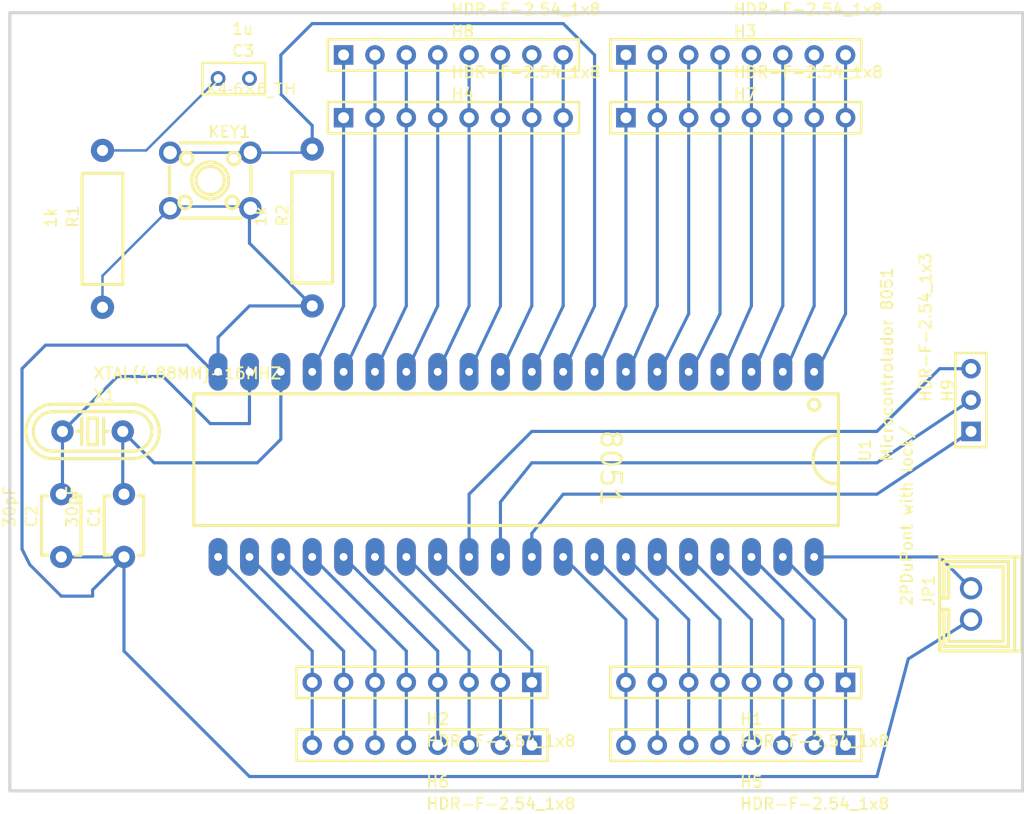
<source format=kicad_pcb>
(kicad_pcb (version 20241229) (generator "pcbnew") (generator_version "9.0")
  (layers (0 "F.Cu" signal "TopLayer") (2 "B.Cu" signal "BottomLayer") (13 "F.Paste" user "TopPasteMaskLayer") (15 "B.Paste" user "BottomPasteMaskLayer") (5 "F.SilkS" user "TopSilkLayer") (7 "B.SilkS" user "BottomSilkLayer") (1 "F.Mask" user "TopSolderMaskLayer") (3 "B.Mask" user "BottomSolderMaskLayer") (25 "Edge.Cuts" user "BoardOutLine"))
  (net 0 "")
  (net 1 "RESET")
  (net 2 "GND")
  (net 3 "EA")
  (net 4 "ALE")
  (net 5 "PSEN")
  (net 6 "U1_17")
  (net 7 "U1_16")
  (net 8 "U1_15")
  (net 9 "U1_14")
  (net 10 "U1_13")
  (net 11 "U1_8")
  (net 12 "U1_7")
  (net 13 "U1_6")
  (net 14 "U1_5")
  (net 15 "U1_4")
  (net 16 "U1_3")
  (net 17 "U1_2")
  (net 18 "U1_1")
  (net 19 "U1_11")
  (net 20 "U1_10")
  (net 21 "U1_24")
  (net 22 "U1_12")
  (net 23 "U1_28")
  (net 24 "U1_27")
  (net 25 "U1_26")
  (net 26 "U1_25")
  (net 27 "U1_23")
  (net 28 "U1_22")
  (net 29 "U1_21")
  (net 30 "XTAL2")
  (net 31 "XTAL1")
  (net 32 "U1_39")
  (net 33 "U1_38")
  (net 34 "U1_37")
  (net 35 "U1_36")
  (net 36 "U1_35")
  (net 37 "U1_34")
  (net 38 "U1_33")
  (net 39 "U1_32")
  (net 40 "VCC")
  (net 41 "KEY1_1")
  (net 42 "C3_1")
  (footprint "8051 Board_d3532395d287466c8b79d09d2c83deb9:HDR-F-2.54_1X8" (layer "F.Cu") (at 140.64 81.42)
    (property "Reference" "H8" (at 1.016 -2.4384 0) (layer "F.SilkS") (effects (font (size 0.9144 0.9144) (thickness 0.1524)) (justify left top)))
    (property "Value" "HDR-F-2.54_1x8" (at 1.016 -4.2164 0) (layer "F.SilkS") (effects (font (size 0.9144 0.9144) (thickness 0.1524)) (justify left top)))
    (fp_line (start -8.89 -1.27) (end -6.985 -1.27) (stroke (width 0.2032)) (layer "F.SilkS"))
    (fp_line (start -8.89 1.27) (end -8.89 -1.27) (stroke (width 0.2032)) (layer "F.SilkS"))
    (fp_line (start 11.43 -1.27) (end -6.985 -1.27) (stroke (width 0.203)) (layer "F.SilkS"))
    (fp_line (start 11.43 -1.27) (end 11.43 1.27) (stroke (width 0.2032)) (layer "F.SilkS"))
    (fp_line (start 11.43 1.27) (end -8.89 1.27) (stroke (width 0.2032)) (layer "F.SilkS"))
    (pad "1" thru_hole rect (at -7.62 0) (size 1.5748 1.5748) (drill 0.889) (layers "*.Cu" "*.Mask") (net 6 "U1_17"))
    (pad "2" thru_hole oval (at -5.08 0) (size 1.5748 1.5748) (drill 0.889) (layers "*.Cu" "*.Mask") (net 7 "U1_16"))
    (pad "3" thru_hole oval (at -2.54 0) (size 1.5748 1.5748) (drill 0.889) (layers "*.Cu" "*.Mask") (net 8 "U1_15"))
    (pad "4" thru_hole oval (at 0 0) (size 1.5748 1.5748) (drill 0.889) (layers "*.Cu" "*.Mask") (net 9 "U1_14"))
    (pad "5" thru_hole oval (at 2.54 0) (size 1.5748 1.5748) (drill 0.889) (layers "*.Cu" "*.Mask") (net 10 "U1_13"))
    (pad "6" thru_hole oval (at 5.08 0) (size 1.5748 1.5748) (drill 0.889) (layers "*.Cu" "*.Mask") (net 22 "U1_12"))
    (pad "7" thru_hole oval (at 7.62 0) (size 1.5748 1.5748) (drill 0.889) (layers "*.Cu" "*.Mask") (net 19 "U1_11"))
    (pad "8" thru_hole oval (at 10.16 0) (size 1.5748 1.5748) (drill 0.889) (layers "*.Cu" "*.Mask") (net 20 "U1_10"))
  )
  (footprint "8051 Board_d3532395d287466c8b79d09d2c83deb9:HDR-F-2.54_1X8" (layer "F.Cu") (at 166.04 137.3 180)
    (property "Reference" "H5" (at 1.0157 -2.4384 180) (layer "F.SilkS") (effects (font (size 0.9144 0.9144) (thickness 0.1524)) (justify left top)))
    (property "Value" "HDR-F-2.54_1x8" (at 1.0157 -4.2164 180) (layer "F.SilkS") (effects (font (size 0.9144 0.9144) (thickness 0.1524)) (justify left top)))
    (fp_line (start 11.43 1.27) (end -8.89 1.27) (stroke (width 0.2032)) (layer "F.SilkS"))
    (fp_line (start 11.43 -1.27) (end 11.43 1.27) (stroke (width 0.2032)) (layer "F.SilkS"))
    (fp_line (start 11.43 -1.27) (end -6.985 -1.27) (stroke (width 0.203)) (layer "F.SilkS"))
    (fp_line (start -8.89 1.27) (end -8.89 -1.27) (stroke (width 0.2032)) (layer "F.SilkS"))
    (fp_line (start -8.89 -1.27) (end -6.985 -1.27) (stroke (width 0.2032)) (layer "F.SilkS"))
    (pad "1" thru_hole rect (at -7.62 0 180) (size 1.5748 1.5748) (drill 0.889) (layers "*.Cu" "*.Mask") (net 32 "U1_39"))
    (pad "2" thru_hole oval (at -5.0803 0 180) (size 1.5748 1.5748) (drill 0.889) (layers "*.Cu" "*.Mask") (net 33 "U1_38"))
    (pad "3" thru_hole oval (at -2.5403 0 180) (size 1.5748 1.5748) (drill 0.889) (layers "*.Cu" "*.Mask") (net 34 "U1_37"))
    (pad "4" thru_hole oval (at -0.0003 0 180) (size 1.5748 1.5748) (drill 0.889) (layers "*.Cu" "*.Mask") (net 35 "U1_36"))
    (pad "5" thru_hole oval (at 2.5397 0 180) (size 1.5748 1.5748) (drill 0.889) (layers "*.Cu" "*.Mask") (net 36 "U1_35"))
    (pad "6" thru_hole oval (at 5.0797 0 180) (size 1.5748 1.5748) (drill 0.889) (layers "*.Cu" "*.Mask") (net 37 "U1_34"))
    (pad "7" thru_hole oval (at 7.6197 0 180) (size 1.5748 1.5748) (drill 0.889) (layers "*.Cu" "*.Mask") (net 38 "U1_33"))
    (pad "8" thru_hole oval (at 10.1597 0 180) (size 1.5748 1.5748) (drill 0.889) (layers "*.Cu" "*.Mask") (net 39 "U1_32"))
  )
  (footprint "8051 Board_d3532395d287466c8b79d09d2c83deb9:KEY-TH_4P-L6.0-W6.0-P4.50-LS6.5" (layer "F.Cu") (at 122.225 91.58)
    (property "Reference" "KEY1" (at -0.254 -4.4704 0) (layer "F.SilkS") (effects (font (size 0.9144 0.9144) (thickness 0.1524)) (justify left top)))
    (property "Value" "K4-6×6_TH" (at -0.2537 -7.8994 0) (layer "F.SilkS") (effects (font (size 0.9144 0.9144) (thickness 0.1524)) (justify left top)))
    (fp_line (start -3.302 -1.1204) (end -3.302 1.1204) (stroke (width 0.254)) (layer "F.SilkS"))
    (fp_line (start -2.4501 -3.048) (end 2.4501 -3.048) (stroke (width 0.254)) (layer "F.SilkS"))
    (fp_line (start -2.4501 3.048) (end 2.4501 3.048) (stroke (width 0.254)) (layer "F.SilkS"))
    (fp_line (start 3.302 -1.1204) (end 3.302 1.1204) (stroke (width 0.254)) (layer "F.SilkS"))
    (fp_circle (center -2.032 1.778) (end -1.524 1.778) (stroke (width 0.254)) (fill no) (layer "F.SilkS"))
    (fp_circle (center -1.905 -1.778) (end -1.397 -1.778) (stroke (width 0.254)) (fill no) (layer "F.SilkS"))
    (fp_circle (center 0 0) (end 1.143 0) (stroke (width 0.254)) (fill no) (layer "F.SilkS"))
    (fp_circle (center 0 0) (end 1.5011 0) (stroke (width 0.254)) (fill no) (layer "F.SilkS"))
    (fp_circle (center 1.778 1.778) (end 2.286 1.778) (stroke (width 0.254)) (fill no) (layer "F.SilkS"))
    (fp_circle (center 1.905 -1.778) (end 2.413 -1.778) (stroke (width 0.254)) (fill no) (layer "F.SilkS"))
    (pad "1" thru_hole oval (at -3.2512 2.2504) (size 1.8 1.8) (drill 1.1) (layers "*.Cu" "*.Mask") (net 41 "KEY1_1"))
    (pad "2" thru_hole oval (at 3.2512 2.2504) (size 1.8 1.8) (drill 1.1) (layers "*.Cu" "*.Mask") (net 41 "KEY1_1"))
    (pad "3" thru_hole oval (at 3.2512 -2.2504) (size 1.8 1.8) (drill 1.1) (layers "*.Cu" "*.Mask") (net 1 "RESET"))
    (pad "4" thru_hole oval (at -3.2512 -2.2504) (size 1.8 1.8) (drill 1.1) (layers "*.Cu" "*.Mask") (net 1 "RESET"))
  )
  (footprint "8051 Board_d3532395d287466c8b79d09d2c83deb9:CAP-TH_L4.8-W3.2-P5.08-D0.5" (layer "F.Cu") (at 115.24 119.52 90)
    (property "Reference" "C1" (at -0.254 -2.9464 90) (layer "F.SilkS") (effects (font (size 0.9144 0.9144) (thickness 0.1524)) (justify left top)))
    (property "Value" "30pF" (at -0.254 -4.7244 90) (layer "F.SilkS") (effects (font (size 0.9144 0.9144) (thickness 0.1524)) (justify left top)))
    (fp_line (start 2.4 -1.6) (end 2.4 -1.1224) (stroke (width 0.254)) (layer "F.SilkS"))
    (fp_line (start -2.4 -1.6) (end 2.4 -1.6) (stroke (width 0.254)) (layer "F.SilkS"))
    (fp_line (start -2.4 -1.1224) (end -2.4 -1.6) (stroke (width 0.254)) (layer "F.SilkS"))
    (fp_line (start 2.4 1.1224) (end 2.4 1.6) (stroke (width 0.254)) (layer "F.SilkS"))
    (fp_line (start 2.4 1.6) (end -2.4 1.6) (stroke (width 0.254)) (layer "F.SilkS"))
    (fp_line (start -2.4 1.6) (end -2.4 1.1224) (stroke (width 0.254)) (layer "F.SilkS"))
    (pad "1" thru_hole oval (at -2.54 0 90) (size 1.8 1.8) (drill 0.9) (layers "*.Cu" "*.Mask") (net 2 "GND"))
    (pad "2" thru_hole oval (at 2.54 0 90) (size 1.8 1.8) (drill 0.9) (layers "*.Cu" "*.Mask") (net 30 "XTAL2"))
  )
  (footprint "8051 Board_d3532395d287466c8b79d09d2c83deb9:CAP-TH_L4.8-W3.2-P5.08-D0.5" (layer "F.Cu") (at 110.16 119.52 90)
    (property "Reference" "C2" (at -0.254 -2.9464 90) (layer "F.SilkS") (effects (font (size 0.9144 0.9144) (thickness 0.1524)) (justify left top)))
    (property "Value" "30pF" (at -0.254 -4.7244 90) (layer "F.SilkS") (effects (font (size 0.9144 0.9144) (thickness 0.1524)) (justify left top)))
    (fp_line (start 2.4 -1.6) (end 2.4 -1.1224) (stroke (width 0.254)) (layer "F.SilkS"))
    (fp_line (start -2.4 -1.6) (end 2.4 -1.6) (stroke (width 0.254)) (layer "F.SilkS"))
    (fp_line (start -2.4 -1.1224) (end -2.4 -1.6) (stroke (width 0.254)) (layer "F.SilkS"))
    (fp_line (start 2.4 1.1224) (end 2.4 1.6) (stroke (width 0.254)) (layer "F.SilkS"))
    (fp_line (start 2.4 1.6) (end -2.4 1.6) (stroke (width 0.254)) (layer "F.SilkS"))
    (fp_line (start -2.4 1.6) (end -2.4 1.1224) (stroke (width 0.254)) (layer "F.SilkS"))
    (pad "1" thru_hole oval (at -2.54 0 90) (size 1.8 1.8) (drill 0.9) (layers "*.Cu" "*.Mask") (net 2 "GND"))
    (pad "2" thru_hole oval (at 2.54 0 90) (size 1.8 1.8) (drill 0.9) (layers "*.Cu" "*.Mask") (net 31 "XTAL1"))
  )
  (footprint "8051 Board_d3532395d287466c8b79d09d2c83deb9:HDR-F-2.54_1X8" (layer "F.Cu") (at 140.64 137.3 180)
    (property "Reference" "H6" (at 1.016 -2.4384 180) (layer "F.SilkS") (effects (font (size 0.9144 0.9144) (thickness 0.1524)) (justify left top)))
    (property "Value" "HDR-F-2.54_1x8" (at 1.016 -4.2164 180) (layer "F.SilkS") (effects (font (size 0.9144 0.9144) (thickness 0.1524)) (justify left top)))
    (fp_line (start 11.43 1.27) (end -8.89 1.27) (stroke (width 0.2032)) (layer "F.SilkS"))
    (fp_line (start 11.43 -1.27) (end 11.43 1.27) (stroke (width 0.2032)) (layer "F.SilkS"))
    (fp_line (start 11.43 -1.27) (end -6.985 -1.27) (stroke (width 0.203)) (layer "F.SilkS"))
    (fp_line (start -8.89 1.27) (end -8.89 -1.27) (stroke (width 0.2032)) (layer "F.SilkS"))
    (fp_line (start -8.89 -1.27) (end -6.985 -1.27) (stroke (width 0.2032)) (layer "F.SilkS"))
    (pad "1" thru_hole rect (at -7.62 0 180) (size 1.5748 1.5748) (drill 0.889) (layers "*.Cu" "*.Mask") (net 23 "U1_28"))
    (pad "2" thru_hole oval (at -5.08 0 180) (size 1.5748 1.5748) (drill 0.889) (layers "*.Cu" "*.Mask") (net 24 "U1_27"))
    (pad "3" thru_hole oval (at -2.54 0 180) (size 1.5748 1.5748) (drill 0.889) (layers "*.Cu" "*.Mask") (net 25 "U1_26"))
    (pad "4" thru_hole oval (at 0 0 180) (size 1.5748 1.5748) (drill 0.889) (layers "*.Cu" "*.Mask") (net 26 "U1_25"))
    (pad "5" thru_hole oval (at 2.54 0 180) (size 1.5748 1.5748) (drill 0.889) (layers "*.Cu" "*.Mask") (net 21 "U1_24"))
    (pad "6" thru_hole oval (at 5.08 0 180) (size 1.5748 1.5748) (drill 0.889) (layers "*.Cu" "*.Mask") (net 27 "U1_23"))
    (pad "7" thru_hole oval (at 7.62 0 180) (size 1.5748 1.5748) (drill 0.889) (layers "*.Cu" "*.Mask") (net 28 "U1_22"))
    (pad "8" thru_hole oval (at 10.16 0 180) (size 1.5748 1.5748) (drill 0.889) (layers "*.Cu" "*.Mask") (net 29 "U1_21"))
  )
  (footprint "8051 Board_d3532395d287466c8b79d09d2c83deb9:HDR-F-2.54_1X8" (layer "F.Cu") (at 163.5 86.5)
    (property "Reference" "H7" (at 1.0163 -2.4381 0) (layer "F.SilkS") (effects (font (size 0.9144 0.9144) (thickness 0.1524)) (justify left top)))
    (property "Value" "HDR-F-2.54_1x8" (at 1.0163 -4.2161 0) (layer "F.SilkS") (effects (font (size 0.9144 0.9144) (thickness 0.1524)) (justify left top)))
    (fp_line (start -8.89 -1.27) (end -6.985 -1.27) (stroke (width 0.2032)) (layer "F.SilkS"))
    (fp_line (start -8.89 1.27) (end -8.89 -1.27) (stroke (width 0.2032)) (layer "F.SilkS"))
    (fp_line (start 11.43 -1.27) (end -6.985 -1.27) (stroke (width 0.203)) (layer "F.SilkS"))
    (fp_line (start 11.43 -1.27) (end 11.43 1.27) (stroke (width 0.2032)) (layer "F.SilkS"))
    (fp_line (start 11.43 1.27) (end -8.89 1.27) (stroke (width 0.2032)) (layer "F.SilkS"))
    (pad "1" thru_hole rect (at -7.62 0) (size 1.5748 1.5748) (drill 0.889) (layers "*.Cu" "*.Mask") (net 11 "U1_8"))
    (pad "2" thru_hole oval (at -5.0797 0.0003) (size 1.5748 1.5748) (drill 0.889) (layers "*.Cu" "*.Mask") (net 12 "U1_7"))
    (pad "3" thru_hole oval (at -2.5397 0.0003) (size 1.5748 1.5748) (drill 0.889) (layers "*.Cu" "*.Mask") (net 13 "U1_6"))
    (pad "4" thru_hole oval (at 0.0003 0.0003) (size 1.5748 1.5748) (drill 0.889) (layers "*.Cu" "*.Mask") (net 14 "U1_5"))
    (pad "5" thru_hole oval (at 2.5403 0.0003) (size 1.5748 1.5748) (drill 0.889) (layers "*.Cu" "*.Mask") (net 15 "U1_4"))
    (pad "6" thru_hole oval (at 5.0803 0.0003) (size 1.5748 1.5748) (drill 0.889) (layers "*.Cu" "*.Mask") (net 16 "U1_3"))
    (pad "7" thru_hole oval (at 7.6203 0.0003) (size 1.5748 1.5748) (drill 0.889) (layers "*.Cu" "*.Mask") (net 17 "U1_2"))
    (pad "8" thru_hole oval (at 10.1603 0.0003) (size 1.5748 1.5748) (drill 0.889) (layers "*.Cu" "*.Mask") (net 18 "U1_1"))
  )
  (footprint "8051 Board_d3532395d287466c8b79d09d2c83deb9:R_AXIAL-0.5" (layer "F.Cu") (at 113.5 95.5 90)
    (property "Reference" "R1" (at 0 -2.9464 90) (layer "F.SilkS") (effects (font (size 0.9144 0.9144) (thickness 0.1524)) (justify left top)))
    (property "Value" "1k" (at 0 -4.7244 90) (layer "F.SilkS") (effects (font (size 0.9144 0.9144) (thickness 0.1524)) (justify left top)))
    (fp_line (start 4.4958 -1.651) (end 4.4958 1.651) (stroke (width 0.254)) (layer "F.SilkS"))
    (fp_line (start -4.4958 -1.651) (end 4.4958 -1.651) (stroke (width 0.254)) (layer "F.SilkS"))
    (fp_line (start 4.4958 1.651) (end -4.4958 1.651) (stroke (width 0.254)) (layer "F.SilkS"))
    (fp_line (start -4.4958 1.651) (end -4.4958 -1.651) (stroke (width 0.254)) (layer "F.SilkS"))
    (pad "1" thru_hole oval (at -6.35 0 90) (size 1.8796 1.8796) (drill 0.8992) (layers "*.Cu" "*.Mask") (net 41 "KEY1_1"))
    (pad "2" thru_hole oval (at 6.35 0 90) (size 1.8796 1.8796) (drill 0.8992) (layers "*.Cu" "*.Mask") (net 42 "C3_1"))
  )
  (footprint "8051 Board_d3532395d287466c8b79d09d2c83deb9:DIP40-ARQUI" (layer "F.Cu") (at 120.955 108.725 -90)
    (property "Reference" "U1" (at 5.715 -53.7464 270) (layer "F.SilkS") (effects (font (size 0.9144 0.9144) (thickness 0.1524)) (justify left top)))
    (property "Value" "Microcontrolador 8051" (at 5.715 -55.5244 270) (layer "F.SilkS") (effects (font (size 0.9144 0.9144) (thickness 0.1524)) (justify left top)))
    (fp_line (start 0.127 0.0635) (end 0.127 -52.1335) (stroke (width 0.254)) (layer "F.SilkS"))
    (fp_line (start 10.795 0.0635) (end 0.127 0.0635) (stroke (width 0.254)) (layer "F.SilkS"))
    (fp_line (start 0.127 -52.1335) (end 10.795 -52.1335) (stroke (width 0.254)) (layer "F.SilkS"))
    (fp_line (start 10.795 -52.1335) (end 10.795 0.0635) (stroke (width 0.254)) (layer "F.SilkS"))
    (fp_arc (start 7.4295 -52.0383) (mid 5.461 -50.0698) (end 3.4925 -52.0383) (stroke (width 0.254)) (layer "F.SilkS"))
    (fp_circle (center 1.016 -50.165) (end 1.016 -50.623) (stroke (width 0.254)) (fill no) (layer "F.SilkS"))
    (fp_text user "8051" (at 2.921 -34.6456 270) (layer "F.SilkS") (effects (font (size 1.6256 1.6256) (thickness 0.2032)) (justify left top)))
    (pad "1" thru_hole oval (at -1.651 -50.165 270) (size 3.048 1.524) (drill 0.635) (layers "*.Cu" "*.Mask") (net 18 "U1_1"))
    (pad "2" thru_hole oval (at -1.651 -47.625 270) (size 3.048 1.524) (drill 0.635) (layers "*.Cu" "*.Mask") (net 17 "U1_2"))
    (pad "3" thru_hole oval (at -1.651 -45.085 270) (size 3.048 1.524) (drill 0.635) (layers "*.Cu" "*.Mask") (net 16 "U1_3"))
    (pad "4" thru_hole oval (at -1.651 -42.545 270) (size 3.048 1.524) (drill 0.635) (layers "*.Cu" "*.Mask") (net 15 "U1_4"))
    (pad "5" thru_hole oval (at -1.651 -40.005 270) (size 3.048 1.524) (drill 0.635) (layers "*.Cu" "*.Mask") (net 14 "U1_5"))
    (pad "6" thru_hole oval (at -1.651 -37.465 270) (size 3.048 1.524) (drill 0.635) (layers "*.Cu" "*.Mask") (net 13 "U1_6"))
    (pad "7" thru_hole oval (at -1.651 -34.925 270) (size 3.048 1.524) (drill 0.635) (layers "*.Cu" "*.Mask") (net 12 "U1_7"))
    (pad "8" thru_hole oval (at -1.651 -32.385 270) (size 3.048 1.524) (drill 0.635) (layers "*.Cu" "*.Mask") (net 11 "U1_8"))
    (pad "9" thru_hole oval (at -1.651 -29.845 270) (size 3.048 1.524) (drill 0.635) (layers "*.Cu" "*.Mask") (net 1 "RESET"))
    (pad "10" thru_hole oval (at -1.651 -27.305 270) (size 3.048 1.524) (drill 0.635) (layers "*.Cu" "*.Mask") (net 20 "U1_10"))
    (pad "11" thru_hole oval (at -1.651 -24.765 270) (size 3.048 1.524) (drill 0.635) (layers "*.Cu" "*.Mask") (net 19 "U1_11"))
    (pad "12" thru_hole oval (at -1.651 -22.225 270) (size 3.048 1.524) (drill 0.635) (layers "*.Cu" "*.Mask") (net 22 "U1_12"))
    (pad "13" thru_hole oval (at -1.651 -19.685 270) (size 3.048 1.524) (drill 0.635) (layers "*.Cu" "*.Mask") (net 10 "U1_13"))
    (pad "14" thru_hole oval (at -1.651 -17.145 270) (size 3.048 1.524) (drill 0.635) (layers "*.Cu" "*.Mask") (net 9 "U1_14"))
    (pad "15" thru_hole oval (at -1.651 -14.605 270) (size 3.048 1.524) (drill 0.635) (layers "*.Cu" "*.Mask") (net 8 "U1_15"))
    (pad "16" thru_hole oval (at -1.651 -12.065 270) (size 3.048 1.524) (drill 0.635) (layers "*.Cu" "*.Mask") (net 7 "U1_16"))
    (pad "17" thru_hole oval (at -1.651 -9.525 270) (size 3.048 1.524) (drill 0.635) (layers "*.Cu" "*.Mask") (net 6 "U1_17"))
    (pad "18" thru_hole oval (at -1.651 -6.985 270) (size 3.048 1.524) (drill 0.635) (layers "*.Cu" "*.Mask") (net 30 "XTAL2"))
    (pad "19" thru_hole oval (at -1.651 -4.445 270) (size 3.048 1.524) (drill 0.635) (layers "*.Cu" "*.Mask") (net 31 "XTAL1"))
    (pad "20" thru_hole oval (at -1.651 -1.905 270) (size 3.048 1.524) (drill 0.635) (layers "*.Cu" "*.Mask") (net 2 "GND"))
    (pad "21" thru_hole oval (at 13.335 -1.905 270) (size 3.048 1.524) (drill 0.635) (layers "*.Cu" "*.Mask") (net 29 "U1_21"))
    (pad "22" thru_hole oval (at 13.335 -4.445 270) (size 3.048 1.524) (drill 0.635) (layers "*.Cu" "*.Mask") (net 28 "U1_22"))
    (pad "23" thru_hole oval (at 13.335 -6.985 270) (size 3.048 1.524) (drill 0.635) (layers "*.Cu" "*.Mask") (net 27 "U1_23"))
    (pad "24" thru_hole oval (at 13.335 -9.525 270) (size 3.048 1.524) (drill 0.635) (layers "*.Cu" "*.Mask") (net 21 "U1_24"))
    (pad "25" thru_hole oval (at 13.335 -12.065 270) (size 3.048 1.524) (drill 0.635) (layers "*.Cu" "*.Mask") (net 26 "U1_25"))
    (pad "26" thru_hole oval (at 13.335 -14.605 270) (size 3.048 1.524) (drill 0.635) (layers "*.Cu" "*.Mask") (net 25 "U1_26"))
    (pad "27" thru_hole oval (at 13.335 -17.145 270) (size 3.048 1.524) (drill 0.635) (layers "*.Cu" "*.Mask") (net 24 "U1_27"))
    (pad "28" thru_hole oval (at 13.335 -19.685 270) (size 3.048 1.524) (drill 0.635) (layers "*.Cu" "*.Mask") (net 23 "U1_28"))
    (pad "29" thru_hole oval (at 13.335 -22.225 270) (size 3.048 1.524) (drill 0.635) (layers "*.Cu" "*.Mask") (net 5 "PSEN"))
    (pad "30" thru_hole oval (at 13.335 -24.765 270) (size 3.048 1.524) (drill 0.635) (layers "*.Cu" "*.Mask") (net 4 "ALE"))
    (pad "31" thru_hole oval (at 13.335 -27.305 270) (size 3.048 1.524) (drill 0.635) (layers "*.Cu" "*.Mask") (net 3 "EA"))
    (pad "32" thru_hole oval (at 13.335 -29.845 270) (size 3.048 1.524) (drill 0.635) (layers "*.Cu" "*.Mask") (net 39 "U1_32"))
    (pad "33" thru_hole oval (at 13.335 -32.385 270) (size 3.048 1.524) (drill 0.635) (layers "*.Cu" "*.Mask") (net 38 "U1_33"))
    (pad "34" thru_hole oval (at 13.335 -34.925 270) (size 3.048 1.524) (drill 0.635) (layers "*.Cu" "*.Mask") (net 37 "U1_34"))
    (pad "35" thru_hole oval (at 13.335 -37.465 270) (size 3.048 1.524) (drill 0.635) (layers "*.Cu" "*.Mask") (net 36 "U1_35"))
    (pad "36" thru_hole oval (at 13.335 -40.005 270) (size 3.048 1.524) (drill 0.635) (layers "*.Cu" "*.Mask") (net 35 "U1_36"))
    (pad "37" thru_hole oval (at 13.335 -42.545 270) (size 3.048 1.524) (drill 0.635) (layers "*.Cu" "*.Mask") (net 34 "U1_37"))
    (pad "38" thru_hole oval (at 13.335 -45.085 270) (size 3.048 1.524) (drill 0.635) (layers "*.Cu" "*.Mask") (net 33 "U1_38"))
    (pad "39" thru_hole oval (at 13.335 -47.625 270) (size 3.048 1.524) (drill 0.635) (layers "*.Cu" "*.Mask") (net 32 "U1_39"))
    (pad "40" thru_hole oval (at 13.335 -50.165 270) (size 3.048 1.524) (drill 0.635) (layers "*.Cu" "*.Mask") (net 40 "VCC"))
  )
  (footprint "8051 Board_d3532395d287466c8b79d09d2c83deb9:HDR-F-2.54_1X8" (layer "F.Cu") (at 163.5 81.42)
    (property "Reference" "H3" (at 1.0163 -2.4384 0) (layer "F.SilkS") (effects (font (size 0.9144 0.9144) (thickness 0.1524)) (justify left top)))
    (property "Value" "HDR-F-2.54_1x8" (at 1.0163 -4.2164 0) (layer "F.SilkS") (effects (font (size 0.9144 0.9144) (thickness 0.1524)) (justify left top)))
    (fp_line (start -8.89 -1.27) (end -6.985 -1.27) (stroke (width 0.2032)) (layer "F.SilkS"))
    (fp_line (start -8.89 1.27) (end -8.89 -1.27) (stroke (width 0.2032)) (layer "F.SilkS"))
    (fp_line (start 11.43 -1.27) (end -6.985 -1.27) (stroke (width 0.203)) (layer "F.SilkS"))
    (fp_line (start 11.43 -1.27) (end 11.43 1.27) (stroke (width 0.2032)) (layer "F.SilkS"))
    (fp_line (start 11.43 1.27) (end -8.89 1.27) (stroke (width 0.2032)) (layer "F.SilkS"))
    (pad "1" thru_hole rect (at -7.62 0) (size 1.5748 1.5748) (drill 0.889) (layers "*.Cu" "*.Mask") (net 11 "U1_8"))
    (pad "2" thru_hole oval (at -5.0797 0) (size 1.5748 1.5748) (drill 0.889) (layers "*.Cu" "*.Mask") (net 12 "U1_7"))
    (pad "3" thru_hole oval (at -2.5397 0) (size 1.5748 1.5748) (drill 0.889) (layers "*.Cu" "*.Mask") (net 13 "U1_6"))
    (pad "4" thru_hole oval (at 0.0003 0) (size 1.5748 1.5748) (drill 0.889) (layers "*.Cu" "*.Mask") (net 14 "U1_5"))
    (pad "5" thru_hole oval (at 2.5403 0) (size 1.5748 1.5748) (drill 0.889) (layers "*.Cu" "*.Mask") (net 15 "U1_4"))
    (pad "6" thru_hole oval (at 5.0803 0) (size 1.5748 1.5748) (drill 0.889) (layers "*.Cu" "*.Mask") (net 16 "U1_3"))
    (pad "7" thru_hole oval (at 7.6203 0) (size 1.5748 1.5748) (drill 0.889) (layers "*.Cu" "*.Mask") (net 17 "U1_2"))
    (pad "8" thru_hole oval (at 10.1603 0) (size 1.5748 1.5748) (drill 0.889) (layers "*.Cu" "*.Mask") (net 18 "U1_1"))
  )
  (footprint "8051 Board_d3532395d287466c8b79d09d2c83deb9:R_AXIAL-0.5" (layer "F.Cu") (at 130.48 95.39 90)
    (property "Reference" "R2" (at 0 -2.9464 90) (layer "F.SilkS") (effects (font (size 0.9144 0.9144) (thickness 0.1524)) (justify left top)))
    (property "Value" "1k" (at 0 -4.7244 90) (layer "F.SilkS") (effects (font (size 0.9144 0.9144) (thickness 0.1524)) (justify left top)))
    (fp_line (start 4.4958 -1.651) (end 4.4958 1.651) (stroke (width 0.254)) (layer "F.SilkS"))
    (fp_line (start -4.4958 -1.651) (end 4.4958 -1.651) (stroke (width 0.254)) (layer "F.SilkS"))
    (fp_line (start 4.4958 1.651) (end -4.4958 1.651) (stroke (width 0.254)) (layer "F.SilkS"))
    (fp_line (start -4.4958 1.651) (end -4.4958 -1.651) (stroke (width 0.254)) (layer "F.SilkS"))
    (pad "1" thru_hole oval (at -6.35 0 90) (size 1.8796 1.8796) (drill 0.8992) (layers "*.Cu" "*.Mask") (net 2 "GND"))
    (pad "2" thru_hole oval (at 6.35 0 90) (size 1.8796 1.8796) (drill 0.8992) (layers "*.Cu" "*.Mask") (net 1 "RESET"))
  )
  (footprint "8051 Board_d3532395d287466c8b79d09d2c83deb9:HDR-F-2.54_1X8" (layer "F.Cu") (at 166.04 132.22 180)
    (property "Reference" "H1" (at 1.016 -2.4384 180) (layer "F.SilkS") (effects (font (size 0.9144 0.9144) (thickness 0.1524)) (justify left top)))
    (property "Value" "HDR-F-2.54_1x8" (at 1.016 -4.2164 180) (layer "F.SilkS") (effects (font (size 0.9144 0.9144) (thickness 0.1524)) (justify left top)))
    (fp_line (start 11.43 1.27) (end -8.89 1.27) (stroke (width 0.2032)) (layer "F.SilkS"))
    (fp_line (start 11.43 -1.27) (end 11.43 1.27) (stroke (width 0.2032)) (layer "F.SilkS"))
    (fp_line (start 11.43 -1.27) (end -6.985 -1.27) (stroke (width 0.203)) (layer "F.SilkS"))
    (fp_line (start -8.89 1.27) (end -8.89 -1.27) (stroke (width 0.2032)) (layer "F.SilkS"))
    (fp_line (start -8.89 -1.27) (end -6.985 -1.27) (stroke (width 0.2032)) (layer "F.SilkS"))
    (pad "1" thru_hole rect (at -7.62 0 180) (size 1.5748 1.5748) (drill 0.889) (layers "*.Cu" "*.Mask") (net 32 "U1_39"))
    (pad "2" thru_hole oval (at -5.08 0 180) (size 1.5748 1.5748) (drill 0.889) (layers "*.Cu" "*.Mask") (net 33 "U1_38"))
    (pad "3" thru_hole oval (at -2.54 0 180) (size 1.5748 1.5748) (drill 0.889) (layers "*.Cu" "*.Mask") (net 34 "U1_37"))
    (pad "4" thru_hole oval (at 0 0 180) (size 1.5748 1.5748) (drill 0.889) (layers "*.Cu" "*.Mask") (net 35 "U1_36"))
    (pad "5" thru_hole oval (at 2.54 0 180) (size 1.5748 1.5748) (drill 0.889) (layers "*.Cu" "*.Mask") (net 36 "U1_35"))
    (pad "6" thru_hole oval (at 5.08 0 180) (size 1.5748 1.5748) (drill 0.889) (layers "*.Cu" "*.Mask") (net 37 "U1_34"))
    (pad "7" thru_hole oval (at 7.62 0 180) (size 1.5748 1.5748) (drill 0.889) (layers "*.Cu" "*.Mask") (net 38 "U1_33"))
    (pad "8" thru_hole oval (at 10.16 0 180) (size 1.5748 1.5748) (drill 0.889) (layers "*.Cu" "*.Mask") (net 39 "U1_32"))
  )
  (footprint "8051 Board_d3532395d287466c8b79d09d2c83deb9:RAD-0.1" (layer "F.Cu") (at 124.13 83.325)
    (property "Reference" "C3" (at -0.2286 -2.7686 0) (layer "F.SilkS") (effects (font (size 0.9144 0.9144) (thickness 0.1524)) (justify left top)))
    (property "Value" "1u" (at -0.2286 -4.5466 0) (layer "F.SilkS") (effects (font (size 0.9144 0.9144) (thickness 0.1524)) (justify left top)))
    (fp_line (start -2.5425 -1.2675) (end -2.5425 1.2725) (stroke (width 0.2007)) (layer "F.SilkS"))
    (fp_line (start -2.5425 1.2725) (end 2.5375 1.2725) (stroke (width 0.2007)) (layer "F.SilkS"))
    (fp_line (start 2.5375 -1.2675) (end -2.5425 -1.2675) (stroke (width 0.2007)) (layer "F.SilkS"))
    (fp_line (start 2.5375 1.2725) (end 2.5375 -1.2675) (stroke (width 0.2007)) (layer "F.SilkS"))
    (pad "1" thru_hole oval (at -1.27 0) (size 1.1938 1.1938) (drill 0.7112) (layers "*.Cu" "*.Mask") (net 42 "C3_1"))
    (pad "2" thru_hole oval (at 1.27 0) (size 1.1938 1.1938) (drill 0.7112) (layers "*.Cu" "*.Mask") (net 1 "RESET"))
  )
  (footprint "8051 Board_d3532395d287466c8b79d09d2c83deb9:HDR-F-2.54_1X8" (layer "F.Cu") (at 140.64 132.22 180)
    (property "Reference" "H2" (at 1.016 -2.4384 180) (layer "F.SilkS") (effects (font (size 0.9144 0.9144) (thickness 0.1524)) (justify left top)))
    (property "Value" "HDR-F-2.54_1x8" (at 1.016 -4.2164 180) (layer "F.SilkS") (effects (font (size 0.9144 0.9144) (thickness 0.1524)) (justify left top)))
    (fp_line (start 11.43 1.27) (end -8.89 1.27) (stroke (width 0.2032)) (layer "F.SilkS"))
    (fp_line (start 11.43 -1.27) (end 11.43 1.27) (stroke (width 0.2032)) (layer "F.SilkS"))
    (fp_line (start 11.43 -1.27) (end -6.985 -1.27) (stroke (width 0.203)) (layer "F.SilkS"))
    (fp_line (start -8.89 1.27) (end -8.89 -1.27) (stroke (width 0.2032)) (layer "F.SilkS"))
    (fp_line (start -8.89 -1.27) (end -6.985 -1.27) (stroke (width 0.2032)) (layer "F.SilkS"))
    (pad "1" thru_hole rect (at -7.62 0 180) (size 1.5748 1.5748) (drill 0.889) (layers "*.Cu" "*.Mask") (net 23 "U1_28"))
    (pad "2" thru_hole oval (at -5.08 0 180) (size 1.5748 1.5748) (drill 0.889) (layers "*.Cu" "*.Mask") (net 24 "U1_27"))
    (pad "3" thru_hole oval (at -2.54 0 180) (size 1.5748 1.5748) (drill 0.889) (layers "*.Cu" "*.Mask") (net 25 "U1_26"))
    (pad "4" thru_hole oval (at 0 0 180) (size 1.5748 1.5748) (drill 0.889) (layers "*.Cu" "*.Mask") (net 26 "U1_25"))
    (pad "5" thru_hole oval (at 2.54 0 180) (size 1.5748 1.5748) (drill 0.889) (layers "*.Cu" "*.Mask") (net 21 "U1_24"))
    (pad "6" thru_hole oval (at 5.08 0 180) (size 1.5748 1.5748) (drill 0.889) (layers "*.Cu" "*.Mask") (net 27 "U1_23"))
    (pad "7" thru_hole oval (at 7.62 0 180) (size 1.5748 1.5748) (drill 0.889) (layers "*.Cu" "*.Mask") (net 28 "U1_22"))
    (pad "8" thru_hole oval (at 10.16 0 180) (size 1.5748 1.5748) (drill 0.889) (layers "*.Cu" "*.Mask") (net 29 "U1_21"))
  )
  (footprint "8051 Board_d3532395d287466c8b79d09d2c83deb9:HDR-F-2.54_1X3" (layer "F.Cu") (at 183.82 109.36 90)
    (property "Reference" "H9" (at -0.254 -2.4384 90) (layer "F.SilkS") (effects (font (size 0.9144 0.9144) (thickness 0.1524)) (justify left top)))
    (property "Value" "HDR-F-2.54_1x3" (at -0.254 -4.2164 90) (layer "F.SilkS") (effects (font (size 0.9144 0.9144) (thickness 0.1524)) (justify left top)))
    (fp_line (start 3.81 -1.27) (end 3.81 1.2446) (stroke (width 0.2032)) (layer "F.SilkS"))
    (fp_line (start 1.27 -1.27) (end 3.81 -1.27) (stroke (width 0.2032)) (layer "F.SilkS"))
    (fp_line (start -3.81 -1.27) (end 1.27 -1.27) (stroke (width 0.2032)) (layer "F.SilkS"))
    (fp_line (start 3.81 1.2446) (end -3.81 1.2446) (stroke (width 0.2032)) (layer "F.SilkS"))
    (fp_line (start -3.81 1.2446) (end -3.81 -1.27) (stroke (width 0.2032)) (layer "F.SilkS"))
    (pad "1" thru_hole rect (at -2.54 0 90) (size 1.5748 1.5748) (drill 0.889) (layers "*.Cu" "*.Mask") (net 3 "EA"))
    (pad "2" thru_hole oval (at 0 0 90) (size 1.5748 1.5748) (drill 0.889) (layers "*.Cu" "*.Mask") (net 4 "ALE"))
    (pad "3" thru_hole oval (at 2.54 0 90) (size 1.5748 1.5748) (drill 0.9144) (layers "*.Cu" "*.Mask") (net 5 "PSEN"))
  )
  (footprint "8051 Board_d3532395d287466c8b79d09d2c83deb9:HDR-F-2.54_1X8" (layer "F.Cu") (at 140.64 86.5)
    (property "Reference" "H4" (at 1.016 -2.4384 0) (layer "F.SilkS") (effects (font (size 0.9144 0.9144) (thickness 0.1524)) (justify left top)))
    (property "Value" "HDR-F-2.54_1x8" (at 1.016 -4.2164 0) (layer "F.SilkS") (effects (font (size 0.9144 0.9144) (thickness 0.1524)) (justify left top)))
    (fp_line (start -8.89 -1.27) (end -6.985 -1.27) (stroke (width 0.2032)) (layer "F.SilkS"))
    (fp_line (start -8.89 1.27) (end -8.89 -1.27) (stroke (width 0.2032)) (layer "F.SilkS"))
    (fp_line (start 11.43 -1.27) (end -6.985 -1.27) (stroke (width 0.203)) (layer "F.SilkS"))
    (fp_line (start 11.43 -1.27) (end 11.43 1.27) (stroke (width 0.2032)) (layer "F.SilkS"))
    (fp_line (start 11.43 1.27) (end -8.89 1.27) (stroke (width 0.2032)) (layer "F.SilkS"))
    (pad "1" thru_hole rect (at -7.62 0) (size 1.5748 1.5748) (drill 0.889) (layers "*.Cu" "*.Mask") (net 6 "U1_17"))
    (pad "2" thru_hole oval (at -5.08 0) (size 1.5748 1.5748) (drill 0.889) (layers "*.Cu" "*.Mask") (net 7 "U1_16"))
    (pad "3" thru_hole oval (at -2.54 0) (size 1.5748 1.5748) (drill 0.889) (layers "*.Cu" "*.Mask") (net 8 "U1_15"))
    (pad "4" thru_hole oval (at 0 0) (size 1.5748 1.5748) (drill 0.889) (layers "*.Cu" "*.Mask") (net 9 "U1_14"))
    (pad "5" thru_hole oval (at 2.54 0) (size 1.5748 1.5748) (drill 0.889) (layers "*.Cu" "*.Mask") (net 10 "U1_13"))
    (pad "6" thru_hole oval (at 5.08 0) (size 1.5748 1.5748) (drill 0.889) (layers "*.Cu" "*.Mask") (net 22 "U1_12"))
    (pad "7" thru_hole oval (at 7.62 0) (size 1.5748 1.5748) (drill 0.889) (layers "*.Cu" "*.Mask") (net 19 "U1_11"))
    (pad "8" thru_hole oval (at 10.16 0) (size 1.5748 1.5748) (drill 0.889) (layers "*.Cu" "*.Mask") (net 20 "U1_10"))
  )
  (footprint "8051 Board_d3532395d287466c8b79d09d2c83deb9:CONN-TH_2P-L7.6-W6.0-P2.54-V" (layer "F.Cu") (at 183.82 125.87 90)
    (property "Reference" "JP1" (at -0.254 -3.9624 90) (layer "F.SilkS") (effects (font (size 0.9144 0.9144) (thickness 0.1524)) (justify left top)))
    (property "Value" "2PDuPont with lock/" (at -0.254 -5.7404 90) (layer "F.SilkS") (effects (font (size 0.9144 0.9144) (thickness 0.1524)) (justify left top)))
    (fp_line (start 3.81 -2.54) (end 3.81 2.54) (stroke (width 0.254)) (layer "F.SilkS"))
    (fp_line (start -3.81 -2.54) (end 3.81 -2.54) (stroke (width 0.254)) (layer "F.SilkS"))
    (fp_line (start -3.81 -2.54) (end -3.81 2.54) (stroke (width 0.254)) (layer "F.SilkS"))
    (fp_line (start 3.43 -2.1999) (end 3.43 2.1999) (stroke (width 0.254)) (layer "F.SilkS"))
    (fp_line (start 0.4801 -2.1999) (end 3.43 -2.1999) (stroke (width 0.254)) (layer "F.SilkS"))
    (fp_line (start -0.43 -2.1999) (end -3.43 -2.1999) (stroke (width 0.254)) (layer "F.SilkS"))
    (fp_line (start -3.43 -2.1999) (end -3.43 2.1999) (stroke (width 0.254)) (layer "F.SilkS"))
    (fp_line (start 3.0099 -1.8001) (end 0.4801 -1.8001) (stroke (width 0.254)) (layer "F.SilkS"))
    (fp_line (start -0.43 -1.8001) (end -0.43 -2.5001) (stroke (width 0.254)) (layer "F.SilkS"))
    (fp_line (start -0.43 -1.8001) (end -3.03 -1.8001) (stroke (width 0.254)) (layer "F.SilkS"))
    (fp_line (start -3.03 -1.8001) (end -3.03 2.5999) (stroke (width 0.254)) (layer "F.SilkS"))
    (fp_line (start 0.4699 -1.7998) (end 0.4699 -2.4999) (stroke (width 0.254)) (layer "F.SilkS"))
    (fp_line (start 3.43 2.1999) (end 3.43 3.0201) (stroke (width 0.254)) (layer "F.SilkS"))
    (fp_line (start -3.43 2.1999) (end -3.43 3.03) (stroke (width 0.254)) (layer "F.SilkS"))
    (fp_line (start 3.81 2.5499) (end 3.81 4.0899) (stroke (width 0.254)) (layer "F.SilkS"))
    (fp_line (start -3.81 2.5499) (end -3.81 4.0899) (stroke (width 0.254)) (layer "F.SilkS"))
    (fp_line (start 3.0099 2.5999) (end 3.0099 -1.8001) (stroke (width 0.254)) (layer "F.SilkS"))
    (fp_line (start -3.03 2.5999) (end 3.0099 2.5999) (stroke (width 0.254)) (layer "F.SilkS"))
    (fp_line (start -3.43 3.03) (end -3.43 2.1801) (stroke (width 0.254)) (layer "F.SilkS"))
    (fp_line (start -3.43 3.03) (end 3.4199 3.03) (stroke (width 0.254)) (layer "F.SilkS"))
    (fp_line (start -3.812 3.5296) (end 3.808 3.5296) (stroke (width 0.254)) (layer "F.SilkS"))
    (fp_line (start -3.81 4.0899) (end 3.81 4.0899) (stroke (width 0.254)) (layer "F.SilkS"))
    (pad "1" thru_hole oval (at -1.27 0 90) (size 1.8 1.8) (drill 1.1998) (layers "*.Cu" "*.Mask") (net 2 "GND"))
    (pad "2" thru_hole oval (at 1.27 0 90) (size 1.8 1.8) (drill 1.1998) (layers "*.Cu" "*.Mask") (net 40 "VCC"))
  )
  (footprint "8051 Board_d3532395d287466c8b79d09d2c83deb9:HC-49S_L10.8-W4.4-P4.88" (layer "F.Cu") (at 112.7 111.9)
    (property "Reference" "X1" (at -0.0267 -3.4544 0) (layer "F.SilkS") (effects (font (size 0.9144 0.9144) (thickness 0.1524)) (justify left top)))
    (property "Value" "XTAL(4.88MM)-16MHZ" (at -0.0267 -5.2324 0) (layer "F.SilkS") (effects (font (size 0.9144 0.9144) (thickness 0.1524)) (justify left top)))
    (fp_line (start -3.2 -2.2) (end 3.2 -2.2) (stroke (width 0.2581)) (layer "F.SilkS"))
    (fp_line (start -3.2 1.6) (end 3.2 1.6) (stroke (width 0.2581)) (layer "F.SilkS"))
    (fp_line (start -0.8957 0) (end -1.27 0) (stroke (width 0.254)) (layer "F.SilkS"))
    (fp_line (start -0.889 -1.08) (end -0.889 1.08) (stroke (width 0.254)) (layer "F.SilkS"))
    (fp_line (start -0.38 -1.08) (end 0.38 -1.08) (stroke (width 0.254)) (layer "F.SilkS"))
    (fp_line (start -0.38 1.08) (end -0.38 -1.08) (stroke (width 0.254)) (layer "F.SilkS"))
    (fp_line (start 0.38 -1.08) (end 0.38 1.08) (stroke (width 0.254)) (layer "F.SilkS"))
    (fp_line (start 0.38 1.08) (end -0.38 1.08) (stroke (width 0.254)) (layer "F.SilkS"))
    (fp_line (start 0.889 1.08) (end 0.889 -1.08) (stroke (width 0.254)) (layer "F.SilkS"))
    (fp_line (start 0.8957 0) (end 1.27 0) (stroke (width 0.254)) (layer "F.SilkS"))
    (fp_line (start 3.1999 2.2) (end -3.2001 2.2) (stroke (width 0.2581)) (layer "F.SilkS"))
    (fp_line (start 3.2 -1.6) (end -3.2 -1.6) (stroke (width 0.2581)) (layer "F.SilkS"))
    (fp_arc (start -3.2 1.6) (mid -4.793912 0.0001) (end -3.2004 -1.6002) (stroke (width 0.2581)) (layer "F.SilkS"))
    (fp_arc (start -3.1994 2.1996) (mid -5.3995 0.0001) (end -3.2 -2.2) (stroke (width 0.2581)) (layer "F.SilkS"))
    (fp_arc (start 0.889 0.0067) (mid 0.890962 0.001962) (end 0.8957 0) (stroke (width 0.254)) (layer "F.SilkS"))
    (fp_arc (start 3.1989 -2.1996) (mid 5.3992 -0.0003) (end 3.1999 2.2) (stroke (width 0.2581)) (layer "F.SilkS"))
    (fp_arc (start 3.2 -1.6) (mid 4.793912 -0.0001) (end 3.2004 1.6002) (stroke (width 0.2581)) (layer "F.SilkS"))
    (pad "1" thru_hole oval (at -2.4397 0) (size 1.8 1.8) (drill 0.9) (layers "*.Cu" "*.Mask") (net 31 "XTAL1"))
    (pad "2" thru_hole oval (at 2.4402 0) (size 1.8 1.8) (drill 0.9) (layers "*.Cu" "*.Mask") (net 30 "XTAL2"))
  )
  (gr_line (start 187.9998 78.0001) (end 187.9998 141) (stroke (width 0.254)) (layer "Edge.Cuts"))
  (gr_line (start 106 141) (end 106 78.0001) (stroke (width 0.254)) (layer "Edge.Cuts"))
  (gr_line (start 106 78.0001) (end 187.9998 78.0001) (stroke (width 0.254)) (layer "Edge.Cuts"))
  (gr_line (start 187.9998 141) (end 106 141) (stroke (width 0.254)) (layer "Edge.Cuts"))
  (segment (start 130.1904 89.3296) (end 130.48 89.04) (width 0.2) (layer "F.Cu") (net 1))
  (segment (start 130.1904 89.3296) (end 130.48 89.04) (width 0.2) (layer "B.Cu") (net 1))
  (segment (start 153.34 101.74) (end 153.34 81.42) (width 0.254) (layer "B.Cu") (net 1))
  (segment (start 127.94 84.595) (end 130.48 87.135) (width 0.254) (layer "B.Cu") (net 1))
  (segment (start 150.8 107.074) (end 153.34 101.74) (width 0.254) (layer "B.Cu") (net 1))
  (segment (start 153.34 81.42) (end 150.8 78.88) (width 0.254) (layer "B.Cu") (net 1))
  (segment (start 150.8 78.88) (end 130.48 78.88) (width 0.254) (layer "B.Cu") (net 1))
  (segment (start 125.4762 89.3296) (end 130.1904 89.3296) (width 0.2) (layer "B.Cu") (net 1))
  (segment (start 130.48 78.88) (end 127.94 81.42) (width 0.254) (layer "B.Cu") (net 1))
  (segment (start 118.9738 89.3296) (end 125.4762 89.3296) (width 0.2) (layer "B.Cu") (net 1))
  (segment (start 130.48 87.135) (end 130.48 89.04) (width 0.254) (layer "B.Cu") (net 1))
  (segment (start 127.94 81.42) (end 127.94 84.595) (width 0.254) (layer "B.Cu") (net 1))
  (segment (start 176.2 139.84) (end 125.4 139.84) (width 0.254) (layer "B.Cu") (net 2))
  (segment (start 125.4 96.66) (end 125.4 94.12) (width 0.254) (layer "B.Cu") (net 2))
  (segment (start 183.82 127.14) (end 178.74 130.315) (width 0.254) (layer "B.Cu") (net 2))
  (segment (start 106.985 106.82) (end 108.89 104.915) (width 0.254) (layer "B.Cu") (net 2))
  (segment (start 122.86 104.28) (end 125.4 101.74) (width 0.254) (layer "B.Cu") (net 2))
  (segment (start 110.16 125.235) (end 107.62 122.695) (width 0.254) (layer "B.Cu") (net 2))
  (segment (start 178.74 130.315) (end 176.2 139.84) (width 0.254) (layer "B.Cu") (net 2))
  (segment (start 130.48 101.74) (end 125.4 96.66) (width 0.254) (layer "B.Cu") (net 2))
  (segment (start 108.89 104.915) (end 120.32 104.915) (width 0.254) (layer "B.Cu") (net 2))
  (segment (start 120.32 104.915) (end 122.86 107.455) (width 0.254) (layer "B.Cu") (net 2))
  (segment (start 112.7 125.235) (end 110.16 125.235) (width 0.254) (layer "B.Cu") (net 2))
  (segment (start 107.62 122.695) (end 106.985 121.425) (width 0.254) (layer "B.Cu") (net 2))
  (segment (start 115.24 129.68) (end 115.24 122.1895) (width 0.254) (layer "B.Cu") (net 2))
  (segment (start 125.4 139.84) (end 115.24 129.68) (width 0.254) (layer "B.Cu") (net 2))
  (segment (start 125.4 101.74) (end 130.48 101.74) (width 0.254) (layer "B.Cu") (net 2))
  (segment (start 122.86 107.455) (end 122.86 104.28) (width 0.254) (layer "B.Cu") (net 2))
  (segment (start 115.24 122.1895) (end 112.7 124.7295) (width 0.254) (layer "B.Cu") (net 2))
  (segment (start 112.7 124.7295) (end 112.7 125.235) (width 0.254) (layer "B.Cu") (net 2))
  (segment (start 110.16 122.06) (end 115.24 122.06) (width 0.254) (layer "B.Cu") (net 2))
  (segment (start 106.985 121.425) (end 106.985 106.82) (width 0.254) (layer "B.Cu") (net 2))
  (segment (start 176.2 116.98) (end 150.8 116.98) (width 0.254) (layer "B.Cu") (net 3))
  (segment (start 183.82 111.9) (end 176.2 116.98) (width 0.254) (layer "B.Cu") (net 3))
  (segment (start 148.26 120.155) (end 148.26 122.06) (width 0.254) (layer "B.Cu") (net 3))
  (segment (start 150.8 116.98) (end 148.26 120.155) (width 0.254) (layer "B.Cu") (net 3))
  (segment (start 183.82 109.36) (end 176.2 114.44) (width 0.254) (layer "B.Cu") (net 4))
  (segment (start 176.2 114.44) (end 148.26 114.44) (width 0.254) (layer "B.Cu") (net 4))
  (segment (start 145.72 117.615) (end 145.72 122.06) (width 0.254) (layer "B.Cu") (net 4))
  (segment (start 148.26 114.44) (end 145.72 117.615) (width 0.254) (layer "B.Cu") (net 4))
  (segment (start 181.28 106.82) (end 183.82 106.82) (width 0.254) (layer "B.Cu") (net 5))
  (segment (start 148.26 111.9) (end 176.2 111.9) (width 0.254) (layer "B.Cu") (net 5))
  (segment (start 143.18 122.06) (end 143.18 116.98) (width 0.254) (layer "B.Cu") (net 5))
  (segment (start 143.18 116.98) (end 148.26 111.9) (width 0.254) (layer "B.Cu") (net 5))
  (segment (start 176.2 111.9) (end 181.28 106.82) (width 0.254) (layer "B.Cu") (net 5))
  (segment (start 133.02 101.74) (end 133.02 86.5) (width 0.254) (layer "B.Cu") (net 6))
  (segment (start 130.48 107.074) (end 133.02 101.74) (width 0.254) (layer "B.Cu") (net 6))
  (segment (start 133.02 86.5) (end 133.02 81.42) (width 0.254) (layer "B.Cu") (net 6))
  (segment (start 135.56 86.5) (end 135.56 81.42) (width 0.254) (layer "B.Cu") (net 7))
  (segment (start 135.56 101.74) (end 135.56 86.5) (width 0.254) (layer "B.Cu") (net 7))
  (segment (start 133.02 107.074) (end 135.56 101.74) (width 0.254) (layer "B.Cu") (net 7))
  (segment (start 138.1 86.5) (end 138.1 81.42) (width 0.254) (layer "B.Cu") (net 8))
  (segment (start 138.1 101.74) (end 138.1 86.5) (width 0.254) (layer "B.Cu") (net 8))
  (segment (start 135.56 107.074) (end 138.1 101.74) (width 0.254) (layer "B.Cu") (net 8))
  (segment (start 138.1 107.074) (end 140.64 101.74) (width 0.254) (layer "B.Cu") (net 9))
  (segment (start 140.64 101.74) (end 140.64 86.5) (width 0.254) (layer "B.Cu") (net 9))
  (segment (start 140.64 86.5) (end 140.64 81.42) (width 0.254) (layer "B.Cu") (net 9))
  (segment (start 143.18 101.74) (end 143.18 86.5) (width 0.254) (layer "B.Cu") (net 10))
  (segment (start 140.64 107.074) (end 143.18 101.74) (width 0.254) (layer "B.Cu") (net 10))
  (segment (start 143.18 86.5) (end 143.18 81.42) (width 0.254) (layer "B.Cu") (net 10))
  (segment (start 153.34 107.455) (end 155.88 101.74) (width 0.254) (layer "B.Cu") (net 11))
  (segment (start 155.8801 86.5001) (end 155.8801 81.4201) (width 0.254) (layer "B.Cu") (net 11))
  (segment (start 155.88 101.74) (end 155.8801 86.8811) (width 0.254) (layer "B.Cu") (net 11))
  (segment (start 158.4201 81.4201) (end 158.4201 86.5001) (width 0.254) (layer "B.Cu") (net 12))
  (segment (start 158.42 101.74) (end 158.4201 86.8811) (width 0.254) (layer "B.Cu") (net 12))
  (segment (start 155.88 107.455) (end 158.42 101.74) (width 0.254) (layer "B.Cu") (net 12))
  (segment (start 160.96 102.375) (end 160.9601 86.8811) (width 0.254) (layer "B.Cu") (net 13))
  (segment (start 160.9601 86.5001) (end 160.9601 81.4201) (width 0.254) (layer "B.Cu") (net 13))
  (segment (start 158.42 107.455) (end 160.96 102.375) (width 0.254) (layer "B.Cu") (net 13))
  (segment (start 160.96 107.455) (end 163.5 102.375) (width 0.254) (layer "B.Cu") (net 14))
  (segment (start 163.5001 86.5001) (end 163.5001 81.4201) (width 0.254) (layer "B.Cu") (net 14))
  (segment (start 163.5 102.375) (end 163.5001 86.8811) (width 0.254) (layer "B.Cu") (net 14))
  (segment (start 163.5 107.455) (end 166.04 101.74) (width 0.254) (layer "B.Cu") (net 15))
  (segment (start 166.04 101.74) (end 166.0401 86.8811) (width 0.254) (layer "B.Cu") (net 15))
  (segment (start 166.0401 86.5001) (end 166.0401 81.4201) (width 0.254) (layer "B.Cu") (net 15))
  (segment (start 168.5801 86.5001) (end 168.5801 81.4201) (width 0.254) (layer "B.Cu") (net 16))
  (segment (start 168.58 101.74) (end 168.5801 86.8811) (width 0.254) (layer "B.Cu") (net 16))
  (segment (start 166.04 107.455) (end 168.58 101.74) (width 0.254) (layer "B.Cu") (net 16))
  (segment (start 171.12 101.74) (end 171.1201 86.8811) (width 0.254) (layer "B.Cu") (net 17))
  (segment (start 168.58 107.455) (end 171.12 101.74) (width 0.254) (layer "B.Cu") (net 17))
  (segment (start 171.1201 86.5001) (end 171.1201 81.4201) (width 0.254) (layer "B.Cu") (net 17))
  (segment (start 171.12 107.455) (end 173.66 102.375) (width 0.254) (layer "B.Cu") (net 18))
  (segment (start 173.66 102.375) (end 173.6601 86.8811) (width 0.254) (layer "B.Cu") (net 18))
  (segment (start 173.6601 86.5001) (end 173.6601 81.4201) (width 0.254) (layer "B.Cu") (net 18))
  (segment (start 148.26 101.74) (end 148.26 86.5) (width 0.254) (layer "B.Cu") (net 19))
  (segment (start 148.26 86.5) (end 148.26 81.42) (width 0.254) (layer "B.Cu") (net 19))
  (segment (start 145.72 107.074) (end 148.26 101.74) (width 0.254) (layer "B.Cu") (net 19))
  (segment (start 148.26 107.074) (end 150.8 101.74) (width 0.254) (layer "B.Cu") (net 20))
  (segment (start 150.7999 86.4999) (end 150.7999 81.4199) (width 0.254) (layer "B.Cu") (net 20))
  (segment (start 150.8 101.74) (end 150.8 86.5) (width 0.254) (layer "B.Cu") (net 20))
  (segment (start 130.48 122.06) (end 138.1 129.68) (width 0.254) (layer "B.Cu") (net 21))
  (segment (start 138.1 129.68) (end 138.1 137.3) (width 0.254) (layer "B.Cu") (net 21))
  (segment (start 145.72 101.74) (end 145.72 86.5) (width 0.254) (layer "B.Cu") (net 22))
  (segment (start 145.72 86.5) (end 145.72 81.42) (width 0.254) (layer "B.Cu") (net 22))
  (segment (start 143.18 107.074) (end 145.72 101.74) (width 0.254) (layer "B.Cu") (net 22))
  (segment (start 148.26 129.68) (end 148.26 132.22) (width 0.254) (layer "B.Cu") (net 23))
  (segment (start 148.26 132.22) (end 148.26 137.3) (width 0.254) (layer "B.Cu") (net 23))
  (segment (start 140.64 122.06) (end 148.26 129.68) (width 0.254) (layer "B.Cu") (net 23))
  (segment (start 145.72 132.22) (end 145.72 137.3) (width 0.254) (layer "B.Cu") (net 24))
  (segment (start 145.72 129.68) (end 145.72 132.22) (width 0.254) (layer "B.Cu") (net 24))
  (segment (start 138.1 122.06) (end 145.72 129.68) (width 0.254) (layer "B.Cu") (net 24))
  (segment (start 143.18 129.68) (end 143.18 132.22) (width 0.254) (layer "B.Cu") (net 25))
  (segment (start 135.56 122.06) (end 143.18 129.68) (width 0.254) (layer "B.Cu") (net 25))
  (segment (start 143.18 132.22) (end 143.18 137.3) (width 0.254) (layer "B.Cu") (net 25))
  (segment (start 133.02 122.06) (end 140.64 129.68) (width 0.254) (layer "B.Cu") (net 26))
  (segment (start 140.64 132.22) (end 140.64 137.3) (width 0.254) (layer "B.Cu") (net 26))
  (segment (start 140.64 129.68) (end 140.64 132.22) (width 0.254) (layer "B.Cu") (net 26))
  (segment (start 135.56 132.22) (end 135.56 137.3) (width 0.254) (layer "B.Cu") (net 27))
  (segment (start 135.56 129.68) (end 135.56 132.22) (width 0.254) (layer "B.Cu") (net 27))
  (segment (start 127.94 122.06) (end 135.56 129.68) (width 0.254) (layer "B.Cu") (net 27))
  (segment (start 125.4 122.06) (end 133.02 129.68) (width 0.254) (layer "B.Cu") (net 28))
  (segment (start 133.02 129.68) (end 133.02 132.22) (width 0.254) (layer "B.Cu") (net 28))
  (segment (start 133.02 132.22) (end 133.02 137.3) (width 0.254) (layer "B.Cu") (net 28))
  (segment (start 130.48 132.22) (end 130.48 137.3) (width 0.254) (layer "B.Cu") (net 29))
  (segment (start 130.48 129.68) (end 130.48 132.22) (width 0.254) (layer "B.Cu") (net 29))
  (segment (start 122.86 122.06) (end 130.48 129.68) (width 0.254) (layer "B.Cu") (net 29))
  (segment (start 115.24 116.98) (end 115.1402 116.8802) (width 0.254) (layer "B.Cu") (net 30))
  (segment (start 127.94 112.535) (end 127.94 107.074) (width 0.254) (layer "B.Cu") (net 30))
  (segment (start 115.1402 111.9) (end 117.6802 114.44) (width 0.254) (layer "B.Cu") (net 30))
  (segment (start 126.035 114.44) (end 127.94 112.535) (width 0.254) (layer "B.Cu") (net 30))
  (segment (start 115.1402 116.8802) (end 115.1402 111.9) (width 0.254) (layer "B.Cu") (net 30))
  (segment (start 117.6802 114.44) (end 126.035 114.44) (width 0.254) (layer "B.Cu") (net 30))
  (segment (start 118.415 107.455) (end 122.225 111.265) (width 0.254) (layer "B.Cu") (net 31))
  (segment (start 110.16 116.98) (end 110.2603 116.8797) (width 0.254) (layer "B.Cu") (net 31))
  (segment (start 114.7053 107.455) (end 118.415 107.455) (width 0.254) (layer "B.Cu") (net 31))
  (segment (start 125.4 111.265) (end 125.4 107.074) (width 0.254) (layer "B.Cu") (net 31))
  (segment (start 110.2603 111.9) (end 114.7053 107.455) (width 0.254) (layer "B.Cu") (net 31))
  (segment (start 110.2603 116.8797) (end 110.2603 111.9) (width 0.254) (layer "B.Cu") (net 31))
  (segment (start 122.225 111.265) (end 125.4 111.265) (width 0.254) (layer "B.Cu") (net 31))
  (segment (start 173.6599 137.2999) (end 173.66 132.2199) (width 0.254) (layer "B.Cu") (net 32))
  (segment (start 168.58 122.06) (end 173.66 127.14) (width 0.254) (layer "B.Cu") (net 32))
  (segment (start 173.66 127.14) (end 173.66 132.2199) (width 0.254) (layer "B.Cu") (net 32))
  (segment (start 171.12 132.2199) (end 171.1201 137.2999) (width 0.254) (layer "B.Cu") (net 33))
  (segment (start 171.12 127.14) (end 171.12 132.2199) (width 0.254) (layer "B.Cu") (net 33))
  (segment (start 166.04 122.06) (end 171.12 127.14) (width 0.254) (layer "B.Cu") (net 33))
  (segment (start 163.5 122.06) (end 168.58 127.14) (width 0.254) (layer "B.Cu") (net 34))
  (segment (start 168.58 132.2199) (end 168.5801 137.2999) (width 0.254) (layer "B.Cu") (net 34))
  (segment (start 168.58 127.14) (end 168.58 132.2199) (width 0.254) (layer "B.Cu") (net 34))
  (segment (start 166.04 127.14) (end 166.04 132.2199) (width 0.254) (layer "B.Cu") (net 35))
  (segment (start 160.96 122.06) (end 166.04 127.14) (width 0.254) (layer "B.Cu") (net 35))
  (segment (start 166.04 132.2199) (end 166.0401 137.2999) (width 0.254) (layer "B.Cu") (net 35))
  (segment (start 158.42 122.06) (end 163.5 127.14) (width 0.254) (layer "B.Cu") (net 36))
  (segment (start 163.5 127.14) (end 163.5 132.2199) (width 0.254) (layer "B.Cu") (net 36))
  (segment (start 163.5 132.2199) (end 163.5001 137.2999) (width 0.254) (layer "B.Cu") (net 36))
  (segment (start 160.96 132.2199) (end 160.9601 137.2999) (width 0.254) (layer "B.Cu") (net 37))
  (segment (start 160.96 127.14) (end 160.96 132.2199) (width 0.254) (layer "B.Cu") (net 37))
  (segment (start 155.88 122.06) (end 160.96 127.14) (width 0.254) (layer "B.Cu") (net 37))
  (segment (start 158.42 132.2199) (end 158.4201 137.2999) (width 0.254) (layer "B.Cu") (net 38))
  (segment (start 153.34 122.06) (end 158.42 127.14) (width 0.254) (layer "B.Cu") (net 38))
  (segment (start 158.42 127.14) (end 158.42 132.2199) (width 0.254) (layer "B.Cu") (net 38))
  (segment (start 150.8 122.06) (end 155.88 127.14) (width 0.254) (layer "B.Cu") (net 39))
  (segment (start 155.88 132.2199) (end 155.8801 137.2999) (width 0.254) (layer "B.Cu") (net 39))
  (segment (start 155.88 127.14) (end 155.88 132.2199) (width 0.254) (layer "B.Cu") (net 39))
  (segment (start 183.8199 124.5999) (end 181.28 122.06) (width 0.254) (layer "B.Cu") (net 40))
  (segment (start 181.28 122.06) (end 171.12 122.06) (width 0.254) (layer "B.Cu") (net 40))
  (segment (start 118.9738 93.8304) (end 119.1122 93.692) (width 0.2) (layer "B.Cu") (net 41))
  (segment (start 113.5 101.85) (end 113.5 99.3042) (width 0.2) (layer "B.Cu") (net 41))
  (segment (start 119.1122 93.692) (end 125.4762 93.692) (width 0.2) (layer "B.Cu") (net 41))
  (segment (start 113.5 99.3042) (end 118.9738 93.8304) (width 0.2) (layer "B.Cu") (net 41))
  (segment (start 117.035 89.15) (end 122.86 83.325) (width 0.2) (layer "B.Cu") (net 42))
  (segment (start 113.5 89.15) (end 117.035 89.15) (width 0.2) (layer "B.Cu") (net 42))
)
</source>
